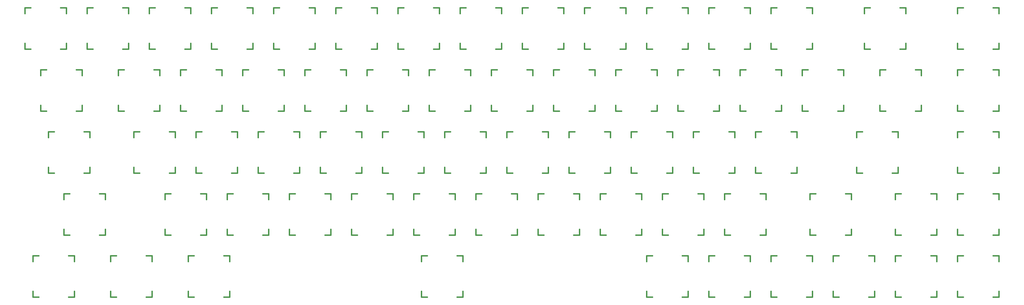
<source format=gto>
G04 #@! TF.FileFunction,Legend,Top*
%FSLAX46Y46*%
G04 Gerber Fmt 4.6, Leading zero omitted, Abs format (unit mm)*
G04 Created by KiCad (PCBNEW 4.0.7) date 01/28/18 20:53:29*
%MOMM*%
%LPD*%
G01*
G04 APERTURE LIST*
%ADD10C,0.100000*%
%ADD11C,0.381000*%
G04 APERTURE END LIST*
D10*
D11*
X100806250Y-36512500D02*
X102584250Y-36512500D01*
X111728250Y-36512500D02*
X113506250Y-36512500D01*
X113506250Y-36512500D02*
X113506250Y-38290500D01*
X113506250Y-47434500D02*
X113506250Y-49212500D01*
X113506250Y-49212500D02*
X111728250Y-49212500D01*
X102584250Y-49212500D02*
X100806250Y-49212500D01*
X100806250Y-49212500D02*
X100806250Y-47434500D01*
X100806250Y-38290500D02*
X100806250Y-36512500D01*
X81756250Y-36512500D02*
X83534250Y-36512500D01*
X92678250Y-36512500D02*
X94456250Y-36512500D01*
X94456250Y-36512500D02*
X94456250Y-38290500D01*
X94456250Y-47434500D02*
X94456250Y-49212500D01*
X94456250Y-49212500D02*
X92678250Y-49212500D01*
X83534250Y-49212500D02*
X81756250Y-49212500D01*
X81756250Y-49212500D02*
X81756250Y-47434500D01*
X81756250Y-38290500D02*
X81756250Y-36512500D01*
X86518750Y-55562500D02*
X88296750Y-55562500D01*
X97440750Y-55562500D02*
X99218750Y-55562500D01*
X99218750Y-55562500D02*
X99218750Y-57340500D01*
X99218750Y-66484500D02*
X99218750Y-68262500D01*
X99218750Y-68262500D02*
X97440750Y-68262500D01*
X88296750Y-68262500D02*
X86518750Y-68262500D01*
X86518750Y-68262500D02*
X86518750Y-66484500D01*
X86518750Y-57340500D02*
X86518750Y-55562500D01*
X88900000Y-74612500D02*
X90678000Y-74612500D01*
X99822000Y-74612500D02*
X101600000Y-74612500D01*
X101600000Y-74612500D02*
X101600000Y-76390500D01*
X101600000Y-85534500D02*
X101600000Y-87312500D01*
X101600000Y-87312500D02*
X99822000Y-87312500D01*
X90678000Y-87312500D02*
X88900000Y-87312500D01*
X88900000Y-87312500D02*
X88900000Y-85534500D01*
X88900000Y-76390500D02*
X88900000Y-74612500D01*
X93662500Y-93662500D02*
X95440500Y-93662500D01*
X104584500Y-93662500D02*
X106362500Y-93662500D01*
X106362500Y-93662500D02*
X106362500Y-95440500D01*
X106362500Y-104584500D02*
X106362500Y-106362500D01*
X106362500Y-106362500D02*
X104584500Y-106362500D01*
X95440500Y-106362500D02*
X93662500Y-106362500D01*
X93662500Y-106362500D02*
X93662500Y-104584500D01*
X93662500Y-95440500D02*
X93662500Y-93662500D01*
X84137500Y-112712500D02*
X85915500Y-112712500D01*
X95059500Y-112712500D02*
X96837500Y-112712500D01*
X96837500Y-112712500D02*
X96837500Y-114490500D01*
X96837500Y-123634500D02*
X96837500Y-125412500D01*
X96837500Y-125412500D02*
X95059500Y-125412500D01*
X85915500Y-125412500D02*
X84137500Y-125412500D01*
X84137500Y-125412500D02*
X84137500Y-123634500D01*
X84137500Y-114490500D02*
X84137500Y-112712500D01*
X110331250Y-55562500D02*
X112109250Y-55562500D01*
X121253250Y-55562500D02*
X123031250Y-55562500D01*
X123031250Y-55562500D02*
X123031250Y-57340500D01*
X123031250Y-66484500D02*
X123031250Y-68262500D01*
X123031250Y-68262500D02*
X121253250Y-68262500D01*
X112109250Y-68262500D02*
X110331250Y-68262500D01*
X110331250Y-68262500D02*
X110331250Y-66484500D01*
X110331250Y-57340500D02*
X110331250Y-55562500D01*
X115093750Y-74612500D02*
X116871750Y-74612500D01*
X126015750Y-74612500D02*
X127793750Y-74612500D01*
X127793750Y-74612500D02*
X127793750Y-76390500D01*
X127793750Y-85534500D02*
X127793750Y-87312500D01*
X127793750Y-87312500D02*
X126015750Y-87312500D01*
X116871750Y-87312500D02*
X115093750Y-87312500D01*
X115093750Y-87312500D02*
X115093750Y-85534500D01*
X115093750Y-76390500D02*
X115093750Y-74612500D01*
X124618750Y-93662500D02*
X126396750Y-93662500D01*
X135540750Y-93662500D02*
X137318750Y-93662500D01*
X137318750Y-93662500D02*
X137318750Y-95440500D01*
X137318750Y-104584500D02*
X137318750Y-106362500D01*
X137318750Y-106362500D02*
X135540750Y-106362500D01*
X126396750Y-106362500D02*
X124618750Y-106362500D01*
X124618750Y-106362500D02*
X124618750Y-104584500D01*
X124618750Y-95440500D02*
X124618750Y-93662500D01*
X107950000Y-112712500D02*
X109728000Y-112712500D01*
X118872000Y-112712500D02*
X120650000Y-112712500D01*
X120650000Y-112712500D02*
X120650000Y-114490500D01*
X120650000Y-123634500D02*
X120650000Y-125412500D01*
X120650000Y-125412500D02*
X118872000Y-125412500D01*
X109728000Y-125412500D02*
X107950000Y-125412500D01*
X107950000Y-125412500D02*
X107950000Y-123634500D01*
X107950000Y-114490500D02*
X107950000Y-112712500D01*
X131762500Y-112712500D02*
X133540500Y-112712500D01*
X142684500Y-112712500D02*
X144462500Y-112712500D01*
X144462500Y-112712500D02*
X144462500Y-114490500D01*
X144462500Y-123634500D02*
X144462500Y-125412500D01*
X144462500Y-125412500D02*
X142684500Y-125412500D01*
X133540500Y-125412500D02*
X131762500Y-125412500D01*
X131762500Y-125412500D02*
X131762500Y-123634500D01*
X131762500Y-114490500D02*
X131762500Y-112712500D01*
X119856250Y-36512500D02*
X121634250Y-36512500D01*
X130778250Y-36512500D02*
X132556250Y-36512500D01*
X132556250Y-36512500D02*
X132556250Y-38290500D01*
X132556250Y-47434500D02*
X132556250Y-49212500D01*
X132556250Y-49212500D02*
X130778250Y-49212500D01*
X121634250Y-49212500D02*
X119856250Y-49212500D01*
X119856250Y-49212500D02*
X119856250Y-47434500D01*
X119856250Y-38290500D02*
X119856250Y-36512500D01*
X129381250Y-55562500D02*
X131159250Y-55562500D01*
X140303250Y-55562500D02*
X142081250Y-55562500D01*
X142081250Y-55562500D02*
X142081250Y-57340500D01*
X142081250Y-66484500D02*
X142081250Y-68262500D01*
X142081250Y-68262500D02*
X140303250Y-68262500D01*
X131159250Y-68262500D02*
X129381250Y-68262500D01*
X129381250Y-68262500D02*
X129381250Y-66484500D01*
X129381250Y-57340500D02*
X129381250Y-55562500D01*
X134143750Y-74612500D02*
X135921750Y-74612500D01*
X145065750Y-74612500D02*
X146843750Y-74612500D01*
X146843750Y-74612500D02*
X146843750Y-76390500D01*
X146843750Y-85534500D02*
X146843750Y-87312500D01*
X146843750Y-87312500D02*
X145065750Y-87312500D01*
X135921750Y-87312500D02*
X134143750Y-87312500D01*
X134143750Y-87312500D02*
X134143750Y-85534500D01*
X134143750Y-76390500D02*
X134143750Y-74612500D01*
X143668750Y-93662500D02*
X145446750Y-93662500D01*
X154590750Y-93662500D02*
X156368750Y-93662500D01*
X156368750Y-93662500D02*
X156368750Y-95440500D01*
X156368750Y-104584500D02*
X156368750Y-106362500D01*
X156368750Y-106362500D02*
X154590750Y-106362500D01*
X145446750Y-106362500D02*
X143668750Y-106362500D01*
X143668750Y-106362500D02*
X143668750Y-104584500D01*
X143668750Y-95440500D02*
X143668750Y-93662500D01*
X138906250Y-36512500D02*
X140684250Y-36512500D01*
X149828250Y-36512500D02*
X151606250Y-36512500D01*
X151606250Y-36512500D02*
X151606250Y-38290500D01*
X151606250Y-47434500D02*
X151606250Y-49212500D01*
X151606250Y-49212500D02*
X149828250Y-49212500D01*
X140684250Y-49212500D02*
X138906250Y-49212500D01*
X138906250Y-49212500D02*
X138906250Y-47434500D01*
X138906250Y-38290500D02*
X138906250Y-36512500D01*
X148431250Y-55562500D02*
X150209250Y-55562500D01*
X159353250Y-55562500D02*
X161131250Y-55562500D01*
X161131250Y-55562500D02*
X161131250Y-57340500D01*
X161131250Y-66484500D02*
X161131250Y-68262500D01*
X161131250Y-68262500D02*
X159353250Y-68262500D01*
X150209250Y-68262500D02*
X148431250Y-68262500D01*
X148431250Y-68262500D02*
X148431250Y-66484500D01*
X148431250Y-57340500D02*
X148431250Y-55562500D01*
X153193750Y-74612500D02*
X154971750Y-74612500D01*
X164115750Y-74612500D02*
X165893750Y-74612500D01*
X165893750Y-74612500D02*
X165893750Y-76390500D01*
X165893750Y-85534500D02*
X165893750Y-87312500D01*
X165893750Y-87312500D02*
X164115750Y-87312500D01*
X154971750Y-87312500D02*
X153193750Y-87312500D01*
X153193750Y-87312500D02*
X153193750Y-85534500D01*
X153193750Y-76390500D02*
X153193750Y-74612500D01*
X162718750Y-93662500D02*
X164496750Y-93662500D01*
X173640750Y-93662500D02*
X175418750Y-93662500D01*
X175418750Y-93662500D02*
X175418750Y-95440500D01*
X175418750Y-104584500D02*
X175418750Y-106362500D01*
X175418750Y-106362500D02*
X173640750Y-106362500D01*
X164496750Y-106362500D02*
X162718750Y-106362500D01*
X162718750Y-106362500D02*
X162718750Y-104584500D01*
X162718750Y-95440500D02*
X162718750Y-93662500D01*
X157956250Y-36512500D02*
X159734250Y-36512500D01*
X168878250Y-36512500D02*
X170656250Y-36512500D01*
X170656250Y-36512500D02*
X170656250Y-38290500D01*
X170656250Y-47434500D02*
X170656250Y-49212500D01*
X170656250Y-49212500D02*
X168878250Y-49212500D01*
X159734250Y-49212500D02*
X157956250Y-49212500D01*
X157956250Y-49212500D02*
X157956250Y-47434500D01*
X157956250Y-38290500D02*
X157956250Y-36512500D01*
X167481250Y-55562500D02*
X169259250Y-55562500D01*
X178403250Y-55562500D02*
X180181250Y-55562500D01*
X180181250Y-55562500D02*
X180181250Y-57340500D01*
X180181250Y-66484500D02*
X180181250Y-68262500D01*
X180181250Y-68262500D02*
X178403250Y-68262500D01*
X169259250Y-68262500D02*
X167481250Y-68262500D01*
X167481250Y-68262500D02*
X167481250Y-66484500D01*
X167481250Y-57340500D02*
X167481250Y-55562500D01*
X172243750Y-74612500D02*
X174021750Y-74612500D01*
X183165750Y-74612500D02*
X184943750Y-74612500D01*
X184943750Y-74612500D02*
X184943750Y-76390500D01*
X184943750Y-85534500D02*
X184943750Y-87312500D01*
X184943750Y-87312500D02*
X183165750Y-87312500D01*
X174021750Y-87312500D02*
X172243750Y-87312500D01*
X172243750Y-87312500D02*
X172243750Y-85534500D01*
X172243750Y-76390500D02*
X172243750Y-74612500D01*
X181768750Y-93662500D02*
X183546750Y-93662500D01*
X192690750Y-93662500D02*
X194468750Y-93662500D01*
X194468750Y-93662500D02*
X194468750Y-95440500D01*
X194468750Y-104584500D02*
X194468750Y-106362500D01*
X194468750Y-106362500D02*
X192690750Y-106362500D01*
X183546750Y-106362500D02*
X181768750Y-106362500D01*
X181768750Y-106362500D02*
X181768750Y-104584500D01*
X181768750Y-95440500D02*
X181768750Y-93662500D01*
X177006250Y-36512500D02*
X178784250Y-36512500D01*
X187928250Y-36512500D02*
X189706250Y-36512500D01*
X189706250Y-36512500D02*
X189706250Y-38290500D01*
X189706250Y-47434500D02*
X189706250Y-49212500D01*
X189706250Y-49212500D02*
X187928250Y-49212500D01*
X178784250Y-49212500D02*
X177006250Y-49212500D01*
X177006250Y-49212500D02*
X177006250Y-47434500D01*
X177006250Y-38290500D02*
X177006250Y-36512500D01*
X186531250Y-55562500D02*
X188309250Y-55562500D01*
X197453250Y-55562500D02*
X199231250Y-55562500D01*
X199231250Y-55562500D02*
X199231250Y-57340500D01*
X199231250Y-66484500D02*
X199231250Y-68262500D01*
X199231250Y-68262500D02*
X197453250Y-68262500D01*
X188309250Y-68262500D02*
X186531250Y-68262500D01*
X186531250Y-68262500D02*
X186531250Y-66484500D01*
X186531250Y-57340500D02*
X186531250Y-55562500D01*
X191293750Y-74612500D02*
X193071750Y-74612500D01*
X202215750Y-74612500D02*
X203993750Y-74612500D01*
X203993750Y-74612500D02*
X203993750Y-76390500D01*
X203993750Y-85534500D02*
X203993750Y-87312500D01*
X203993750Y-87312500D02*
X202215750Y-87312500D01*
X193071750Y-87312500D02*
X191293750Y-87312500D01*
X191293750Y-87312500D02*
X191293750Y-85534500D01*
X191293750Y-76390500D02*
X191293750Y-74612500D01*
X200818750Y-93662500D02*
X202596750Y-93662500D01*
X211740750Y-93662500D02*
X213518750Y-93662500D01*
X213518750Y-93662500D02*
X213518750Y-95440500D01*
X213518750Y-104584500D02*
X213518750Y-106362500D01*
X213518750Y-106362500D02*
X211740750Y-106362500D01*
X202596750Y-106362500D02*
X200818750Y-106362500D01*
X200818750Y-106362500D02*
X200818750Y-104584500D01*
X200818750Y-95440500D02*
X200818750Y-93662500D01*
X196056250Y-36512500D02*
X197834250Y-36512500D01*
X206978250Y-36512500D02*
X208756250Y-36512500D01*
X208756250Y-36512500D02*
X208756250Y-38290500D01*
X208756250Y-47434500D02*
X208756250Y-49212500D01*
X208756250Y-49212500D02*
X206978250Y-49212500D01*
X197834250Y-49212500D02*
X196056250Y-49212500D01*
X196056250Y-49212500D02*
X196056250Y-47434500D01*
X196056250Y-38290500D02*
X196056250Y-36512500D01*
X205581250Y-55562500D02*
X207359250Y-55562500D01*
X216503250Y-55562500D02*
X218281250Y-55562500D01*
X218281250Y-55562500D02*
X218281250Y-57340500D01*
X218281250Y-66484500D02*
X218281250Y-68262500D01*
X218281250Y-68262500D02*
X216503250Y-68262500D01*
X207359250Y-68262500D02*
X205581250Y-68262500D01*
X205581250Y-68262500D02*
X205581250Y-66484500D01*
X205581250Y-57340500D02*
X205581250Y-55562500D01*
X210343750Y-74612500D02*
X212121750Y-74612500D01*
X221265750Y-74612500D02*
X223043750Y-74612500D01*
X223043750Y-74612500D02*
X223043750Y-76390500D01*
X223043750Y-85534500D02*
X223043750Y-87312500D01*
X223043750Y-87312500D02*
X221265750Y-87312500D01*
X212121750Y-87312500D02*
X210343750Y-87312500D01*
X210343750Y-87312500D02*
X210343750Y-85534500D01*
X210343750Y-76390500D02*
X210343750Y-74612500D01*
X219868750Y-93662500D02*
X221646750Y-93662500D01*
X230790750Y-93662500D02*
X232568750Y-93662500D01*
X232568750Y-93662500D02*
X232568750Y-95440500D01*
X232568750Y-104584500D02*
X232568750Y-106362500D01*
X232568750Y-106362500D02*
X230790750Y-106362500D01*
X221646750Y-106362500D02*
X219868750Y-106362500D01*
X219868750Y-106362500D02*
X219868750Y-104584500D01*
X219868750Y-95440500D02*
X219868750Y-93662500D01*
X203200000Y-112712500D02*
X204978000Y-112712500D01*
X214122000Y-112712500D02*
X215900000Y-112712500D01*
X215900000Y-112712500D02*
X215900000Y-114490500D01*
X215900000Y-123634500D02*
X215900000Y-125412500D01*
X215900000Y-125412500D02*
X214122000Y-125412500D01*
X204978000Y-125412500D02*
X203200000Y-125412500D01*
X203200000Y-125412500D02*
X203200000Y-123634500D01*
X203200000Y-114490500D02*
X203200000Y-112712500D01*
X215106250Y-36512500D02*
X216884250Y-36512500D01*
X226028250Y-36512500D02*
X227806250Y-36512500D01*
X227806250Y-36512500D02*
X227806250Y-38290500D01*
X227806250Y-47434500D02*
X227806250Y-49212500D01*
X227806250Y-49212500D02*
X226028250Y-49212500D01*
X216884250Y-49212500D02*
X215106250Y-49212500D01*
X215106250Y-49212500D02*
X215106250Y-47434500D01*
X215106250Y-38290500D02*
X215106250Y-36512500D01*
X224631250Y-55562500D02*
X226409250Y-55562500D01*
X235553250Y-55562500D02*
X237331250Y-55562500D01*
X237331250Y-55562500D02*
X237331250Y-57340500D01*
X237331250Y-66484500D02*
X237331250Y-68262500D01*
X237331250Y-68262500D02*
X235553250Y-68262500D01*
X226409250Y-68262500D02*
X224631250Y-68262500D01*
X224631250Y-68262500D02*
X224631250Y-66484500D01*
X224631250Y-57340500D02*
X224631250Y-55562500D01*
X229393750Y-74612500D02*
X231171750Y-74612500D01*
X240315750Y-74612500D02*
X242093750Y-74612500D01*
X242093750Y-74612500D02*
X242093750Y-76390500D01*
X242093750Y-85534500D02*
X242093750Y-87312500D01*
X242093750Y-87312500D02*
X240315750Y-87312500D01*
X231171750Y-87312500D02*
X229393750Y-87312500D01*
X229393750Y-87312500D02*
X229393750Y-85534500D01*
X229393750Y-76390500D02*
X229393750Y-74612500D01*
X238918750Y-93662500D02*
X240696750Y-93662500D01*
X249840750Y-93662500D02*
X251618750Y-93662500D01*
X251618750Y-93662500D02*
X251618750Y-95440500D01*
X251618750Y-104584500D02*
X251618750Y-106362500D01*
X251618750Y-106362500D02*
X249840750Y-106362500D01*
X240696750Y-106362500D02*
X238918750Y-106362500D01*
X238918750Y-106362500D02*
X238918750Y-104584500D01*
X238918750Y-95440500D02*
X238918750Y-93662500D01*
X234156250Y-36512500D02*
X235934250Y-36512500D01*
X245078250Y-36512500D02*
X246856250Y-36512500D01*
X246856250Y-36512500D02*
X246856250Y-38290500D01*
X246856250Y-47434500D02*
X246856250Y-49212500D01*
X246856250Y-49212500D02*
X245078250Y-49212500D01*
X235934250Y-49212500D02*
X234156250Y-49212500D01*
X234156250Y-49212500D02*
X234156250Y-47434500D01*
X234156250Y-38290500D02*
X234156250Y-36512500D01*
X243681250Y-55562500D02*
X245459250Y-55562500D01*
X254603250Y-55562500D02*
X256381250Y-55562500D01*
X256381250Y-55562500D02*
X256381250Y-57340500D01*
X256381250Y-66484500D02*
X256381250Y-68262500D01*
X256381250Y-68262500D02*
X254603250Y-68262500D01*
X245459250Y-68262500D02*
X243681250Y-68262500D01*
X243681250Y-68262500D02*
X243681250Y-66484500D01*
X243681250Y-57340500D02*
X243681250Y-55562500D01*
X248443750Y-74612500D02*
X250221750Y-74612500D01*
X259365750Y-74612500D02*
X261143750Y-74612500D01*
X261143750Y-74612500D02*
X261143750Y-76390500D01*
X261143750Y-85534500D02*
X261143750Y-87312500D01*
X261143750Y-87312500D02*
X259365750Y-87312500D01*
X250221750Y-87312500D02*
X248443750Y-87312500D01*
X248443750Y-87312500D02*
X248443750Y-85534500D01*
X248443750Y-76390500D02*
X248443750Y-74612500D01*
X257968750Y-93662500D02*
X259746750Y-93662500D01*
X268890750Y-93662500D02*
X270668750Y-93662500D01*
X270668750Y-93662500D02*
X270668750Y-95440500D01*
X270668750Y-104584500D02*
X270668750Y-106362500D01*
X270668750Y-106362500D02*
X268890750Y-106362500D01*
X259746750Y-106362500D02*
X257968750Y-106362500D01*
X257968750Y-106362500D02*
X257968750Y-104584500D01*
X257968750Y-95440500D02*
X257968750Y-93662500D01*
X253206250Y-36512500D02*
X254984250Y-36512500D01*
X264128250Y-36512500D02*
X265906250Y-36512500D01*
X265906250Y-36512500D02*
X265906250Y-38290500D01*
X265906250Y-47434500D02*
X265906250Y-49212500D01*
X265906250Y-49212500D02*
X264128250Y-49212500D01*
X254984250Y-49212500D02*
X253206250Y-49212500D01*
X253206250Y-49212500D02*
X253206250Y-47434500D01*
X253206250Y-38290500D02*
X253206250Y-36512500D01*
X262731250Y-55562500D02*
X264509250Y-55562500D01*
X273653250Y-55562500D02*
X275431250Y-55562500D01*
X275431250Y-55562500D02*
X275431250Y-57340500D01*
X275431250Y-66484500D02*
X275431250Y-68262500D01*
X275431250Y-68262500D02*
X273653250Y-68262500D01*
X264509250Y-68262500D02*
X262731250Y-68262500D01*
X262731250Y-68262500D02*
X262731250Y-66484500D01*
X262731250Y-57340500D02*
X262731250Y-55562500D01*
X267493750Y-74612500D02*
X269271750Y-74612500D01*
X278415750Y-74612500D02*
X280193750Y-74612500D01*
X280193750Y-74612500D02*
X280193750Y-76390500D01*
X280193750Y-85534500D02*
X280193750Y-87312500D01*
X280193750Y-87312500D02*
X278415750Y-87312500D01*
X269271750Y-87312500D02*
X267493750Y-87312500D01*
X267493750Y-87312500D02*
X267493750Y-85534500D01*
X267493750Y-76390500D02*
X267493750Y-74612500D01*
X277018750Y-93662500D02*
X278796750Y-93662500D01*
X287940750Y-93662500D02*
X289718750Y-93662500D01*
X289718750Y-93662500D02*
X289718750Y-95440500D01*
X289718750Y-104584500D02*
X289718750Y-106362500D01*
X289718750Y-106362500D02*
X287940750Y-106362500D01*
X278796750Y-106362500D02*
X277018750Y-106362500D01*
X277018750Y-106362500D02*
X277018750Y-104584500D01*
X277018750Y-95440500D02*
X277018750Y-93662500D01*
X272256250Y-36512500D02*
X274034250Y-36512500D01*
X283178250Y-36512500D02*
X284956250Y-36512500D01*
X284956250Y-36512500D02*
X284956250Y-38290500D01*
X284956250Y-47434500D02*
X284956250Y-49212500D01*
X284956250Y-49212500D02*
X283178250Y-49212500D01*
X274034250Y-49212500D02*
X272256250Y-49212500D01*
X272256250Y-49212500D02*
X272256250Y-47434500D01*
X272256250Y-38290500D02*
X272256250Y-36512500D01*
X281781250Y-55562500D02*
X283559250Y-55562500D01*
X292703250Y-55562500D02*
X294481250Y-55562500D01*
X294481250Y-55562500D02*
X294481250Y-57340500D01*
X294481250Y-66484500D02*
X294481250Y-68262500D01*
X294481250Y-68262500D02*
X292703250Y-68262500D01*
X283559250Y-68262500D02*
X281781250Y-68262500D01*
X281781250Y-68262500D02*
X281781250Y-66484500D01*
X281781250Y-57340500D02*
X281781250Y-55562500D01*
X286543750Y-74612500D02*
X288321750Y-74612500D01*
X297465750Y-74612500D02*
X299243750Y-74612500D01*
X299243750Y-74612500D02*
X299243750Y-76390500D01*
X299243750Y-85534500D02*
X299243750Y-87312500D01*
X299243750Y-87312500D02*
X297465750Y-87312500D01*
X288321750Y-87312500D02*
X286543750Y-87312500D01*
X286543750Y-87312500D02*
X286543750Y-85534500D01*
X286543750Y-76390500D02*
X286543750Y-74612500D01*
X296068750Y-93662500D02*
X297846750Y-93662500D01*
X306990750Y-93662500D02*
X308768750Y-93662500D01*
X308768750Y-93662500D02*
X308768750Y-95440500D01*
X308768750Y-104584500D02*
X308768750Y-106362500D01*
X308768750Y-106362500D02*
X306990750Y-106362500D01*
X297846750Y-106362500D02*
X296068750Y-106362500D01*
X296068750Y-106362500D02*
X296068750Y-104584500D01*
X296068750Y-95440500D02*
X296068750Y-93662500D01*
X272256250Y-112712500D02*
X274034250Y-112712500D01*
X283178250Y-112712500D02*
X284956250Y-112712500D01*
X284956250Y-112712500D02*
X284956250Y-114490500D01*
X284956250Y-123634500D02*
X284956250Y-125412500D01*
X284956250Y-125412500D02*
X283178250Y-125412500D01*
X274034250Y-125412500D02*
X272256250Y-125412500D01*
X272256250Y-125412500D02*
X272256250Y-123634500D01*
X272256250Y-114490500D02*
X272256250Y-112712500D01*
X291306250Y-36512500D02*
X293084250Y-36512500D01*
X302228250Y-36512500D02*
X304006250Y-36512500D01*
X304006250Y-36512500D02*
X304006250Y-38290500D01*
X304006250Y-47434500D02*
X304006250Y-49212500D01*
X304006250Y-49212500D02*
X302228250Y-49212500D01*
X293084250Y-49212500D02*
X291306250Y-49212500D01*
X291306250Y-49212500D02*
X291306250Y-47434500D01*
X291306250Y-38290500D02*
X291306250Y-36512500D01*
X300831250Y-55562500D02*
X302609250Y-55562500D01*
X311753250Y-55562500D02*
X313531250Y-55562500D01*
X313531250Y-55562500D02*
X313531250Y-57340500D01*
X313531250Y-66484500D02*
X313531250Y-68262500D01*
X313531250Y-68262500D02*
X311753250Y-68262500D01*
X302609250Y-68262500D02*
X300831250Y-68262500D01*
X300831250Y-68262500D02*
X300831250Y-66484500D01*
X300831250Y-57340500D02*
X300831250Y-55562500D01*
X305593750Y-74612500D02*
X307371750Y-74612500D01*
X316515750Y-74612500D02*
X318293750Y-74612500D01*
X318293750Y-74612500D02*
X318293750Y-76390500D01*
X318293750Y-85534500D02*
X318293750Y-87312500D01*
X318293750Y-87312500D02*
X316515750Y-87312500D01*
X307371750Y-87312500D02*
X305593750Y-87312500D01*
X305593750Y-87312500D02*
X305593750Y-85534500D01*
X305593750Y-76390500D02*
X305593750Y-74612500D01*
X291306250Y-112712500D02*
X293084250Y-112712500D01*
X302228250Y-112712500D02*
X304006250Y-112712500D01*
X304006250Y-112712500D02*
X304006250Y-114490500D01*
X304006250Y-123634500D02*
X304006250Y-125412500D01*
X304006250Y-125412500D02*
X302228250Y-125412500D01*
X293084250Y-125412500D02*
X291306250Y-125412500D01*
X291306250Y-125412500D02*
X291306250Y-123634500D01*
X291306250Y-114490500D02*
X291306250Y-112712500D01*
X310356250Y-36512500D02*
X312134250Y-36512500D01*
X321278250Y-36512500D02*
X323056250Y-36512500D01*
X323056250Y-36512500D02*
X323056250Y-38290500D01*
X323056250Y-47434500D02*
X323056250Y-49212500D01*
X323056250Y-49212500D02*
X321278250Y-49212500D01*
X312134250Y-49212500D02*
X310356250Y-49212500D01*
X310356250Y-49212500D02*
X310356250Y-47434500D01*
X310356250Y-38290500D02*
X310356250Y-36512500D01*
X319881250Y-55562500D02*
X321659250Y-55562500D01*
X330803250Y-55562500D02*
X332581250Y-55562500D01*
X332581250Y-55562500D02*
X332581250Y-57340500D01*
X332581250Y-66484500D02*
X332581250Y-68262500D01*
X332581250Y-68262500D02*
X330803250Y-68262500D01*
X321659250Y-68262500D02*
X319881250Y-68262500D01*
X319881250Y-68262500D02*
X319881250Y-66484500D01*
X319881250Y-57340500D02*
X319881250Y-55562500D01*
X336550000Y-74612500D02*
X338328000Y-74612500D01*
X347472000Y-74612500D02*
X349250000Y-74612500D01*
X349250000Y-74612500D02*
X349250000Y-76390500D01*
X349250000Y-85534500D02*
X349250000Y-87312500D01*
X349250000Y-87312500D02*
X347472000Y-87312500D01*
X338328000Y-87312500D02*
X336550000Y-87312500D01*
X336550000Y-87312500D02*
X336550000Y-85534500D01*
X336550000Y-76390500D02*
X336550000Y-74612500D01*
X348456250Y-93662500D02*
X350234250Y-93662500D01*
X359378250Y-93662500D02*
X361156250Y-93662500D01*
X361156250Y-93662500D02*
X361156250Y-95440500D01*
X361156250Y-104584500D02*
X361156250Y-106362500D01*
X361156250Y-106362500D02*
X359378250Y-106362500D01*
X350234250Y-106362500D02*
X348456250Y-106362500D01*
X348456250Y-106362500D02*
X348456250Y-104584500D01*
X348456250Y-95440500D02*
X348456250Y-93662500D01*
X310356250Y-112712500D02*
X312134250Y-112712500D01*
X321278250Y-112712500D02*
X323056250Y-112712500D01*
X323056250Y-112712500D02*
X323056250Y-114490500D01*
X323056250Y-123634500D02*
X323056250Y-125412500D01*
X323056250Y-125412500D02*
X321278250Y-125412500D01*
X312134250Y-125412500D02*
X310356250Y-125412500D01*
X310356250Y-125412500D02*
X310356250Y-123634500D01*
X310356250Y-114490500D02*
X310356250Y-112712500D01*
X338931250Y-36512500D02*
X340709250Y-36512500D01*
X349853250Y-36512500D02*
X351631250Y-36512500D01*
X351631250Y-36512500D02*
X351631250Y-38290500D01*
X351631250Y-47434500D02*
X351631250Y-49212500D01*
X351631250Y-49212500D02*
X349853250Y-49212500D01*
X340709250Y-49212500D02*
X338931250Y-49212500D01*
X338931250Y-49212500D02*
X338931250Y-47434500D01*
X338931250Y-38290500D02*
X338931250Y-36512500D01*
X343693750Y-55562500D02*
X345471750Y-55562500D01*
X354615750Y-55562500D02*
X356393750Y-55562500D01*
X356393750Y-55562500D02*
X356393750Y-57340500D01*
X356393750Y-66484500D02*
X356393750Y-68262500D01*
X356393750Y-68262500D02*
X354615750Y-68262500D01*
X345471750Y-68262500D02*
X343693750Y-68262500D01*
X343693750Y-68262500D02*
X343693750Y-66484500D01*
X343693750Y-57340500D02*
X343693750Y-55562500D01*
X367506250Y-74612500D02*
X369284250Y-74612500D01*
X378428250Y-74612500D02*
X380206250Y-74612500D01*
X380206250Y-74612500D02*
X380206250Y-76390500D01*
X380206250Y-85534500D02*
X380206250Y-87312500D01*
X380206250Y-87312500D02*
X378428250Y-87312500D01*
X369284250Y-87312500D02*
X367506250Y-87312500D01*
X367506250Y-87312500D02*
X367506250Y-85534500D01*
X367506250Y-76390500D02*
X367506250Y-74612500D01*
X367506250Y-93662500D02*
X369284250Y-93662500D01*
X378428250Y-93662500D02*
X380206250Y-93662500D01*
X380206250Y-93662500D02*
X380206250Y-95440500D01*
X380206250Y-104584500D02*
X380206250Y-106362500D01*
X380206250Y-106362500D02*
X378428250Y-106362500D01*
X369284250Y-106362500D02*
X367506250Y-106362500D01*
X367506250Y-106362500D02*
X367506250Y-104584500D01*
X367506250Y-95440500D02*
X367506250Y-93662500D01*
X348456250Y-112712500D02*
X350234250Y-112712500D01*
X359378250Y-112712500D02*
X361156250Y-112712500D01*
X361156250Y-112712500D02*
X361156250Y-114490500D01*
X361156250Y-123634500D02*
X361156250Y-125412500D01*
X361156250Y-125412500D02*
X359378250Y-125412500D01*
X350234250Y-125412500D02*
X348456250Y-125412500D01*
X348456250Y-125412500D02*
X348456250Y-123634500D01*
X348456250Y-114490500D02*
X348456250Y-112712500D01*
X367506250Y-36512500D02*
X369284250Y-36512500D01*
X378428250Y-36512500D02*
X380206250Y-36512500D01*
X380206250Y-36512500D02*
X380206250Y-38290500D01*
X380206250Y-47434500D02*
X380206250Y-49212500D01*
X380206250Y-49212500D02*
X378428250Y-49212500D01*
X369284250Y-49212500D02*
X367506250Y-49212500D01*
X367506250Y-49212500D02*
X367506250Y-47434500D01*
X367506250Y-38290500D02*
X367506250Y-36512500D01*
X367506250Y-55562500D02*
X369284250Y-55562500D01*
X378428250Y-55562500D02*
X380206250Y-55562500D01*
X380206250Y-55562500D02*
X380206250Y-57340500D01*
X380206250Y-66484500D02*
X380206250Y-68262500D01*
X380206250Y-68262500D02*
X378428250Y-68262500D01*
X369284250Y-68262500D02*
X367506250Y-68262500D01*
X367506250Y-68262500D02*
X367506250Y-66484500D01*
X367506250Y-57340500D02*
X367506250Y-55562500D01*
X367506250Y-112712500D02*
X369284250Y-112712500D01*
X378428250Y-112712500D02*
X380206250Y-112712500D01*
X380206250Y-112712500D02*
X380206250Y-114490500D01*
X380206250Y-123634500D02*
X380206250Y-125412500D01*
X380206250Y-125412500D02*
X378428250Y-125412500D01*
X369284250Y-125412500D02*
X367506250Y-125412500D01*
X367506250Y-125412500D02*
X367506250Y-123634500D01*
X367506250Y-114490500D02*
X367506250Y-112712500D01*
X329406250Y-112712500D02*
X331184250Y-112712500D01*
X340328250Y-112712500D02*
X342106250Y-112712500D01*
X342106250Y-112712500D02*
X342106250Y-114490500D01*
X342106250Y-123634500D02*
X342106250Y-125412500D01*
X342106250Y-125412500D02*
X340328250Y-125412500D01*
X331184250Y-125412500D02*
X329406250Y-125412500D01*
X329406250Y-125412500D02*
X329406250Y-123634500D01*
X329406250Y-114490500D02*
X329406250Y-112712500D01*
X322262500Y-93662500D02*
X324040500Y-93662500D01*
X333184500Y-93662500D02*
X334962500Y-93662500D01*
X334962500Y-93662500D02*
X334962500Y-95440500D01*
X334962500Y-104584500D02*
X334962500Y-106362500D01*
X334962500Y-106362500D02*
X333184500Y-106362500D01*
X324040500Y-106362500D02*
X322262500Y-106362500D01*
X322262500Y-106362500D02*
X322262500Y-104584500D01*
X322262500Y-95440500D02*
X322262500Y-93662500D01*
M02*

</source>
